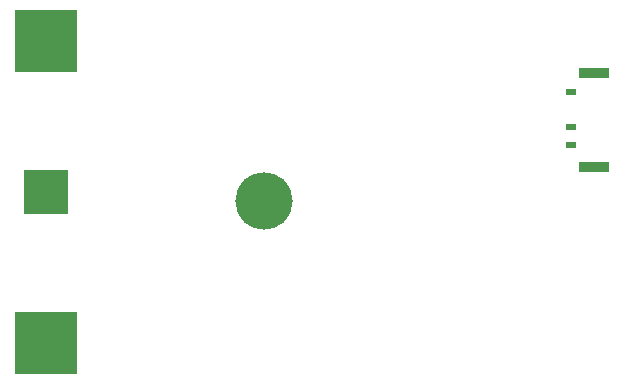
<source format=gbp>
G04 #@! TF.GenerationSoftware,KiCad,Pcbnew,5.0.2-bee76a0~70~ubuntu16.04.1*
G04 #@! TF.CreationDate,2019-01-04T08:40:48-07:00*
G04 #@! TF.ProjectId,MakerCozumel,4d616b65-7243-46f7-9a75-6d656c2e6b69,rev?*
G04 #@! TF.SameCoordinates,Original*
G04 #@! TF.FileFunction,Paste,Bot*
G04 #@! TF.FilePolarity,Positive*
%FSLAX46Y46*%
G04 Gerber Fmt 4.6, Leading zero omitted, Abs format (unit mm)*
G04 Created by KiCad (PCBNEW 5.0.2-bee76a0~70~ubuntu16.04.1) date Fri 04 Jan 2019 08:40:48 MST*
%MOMM*%
%LPD*%
G01*
G04 APERTURE LIST*
%ADD10R,3.847600X3.847600*%
%ADD11R,5.347600X5.347600*%
%ADD12R,2.647600X0.847600*%
%ADD13R,0.847600X0.547600*%
%ADD14C,4.847600*%
G04 APERTURE END LIST*
D10*
G04 #@! TO.C,BT1*
X120015000Y-100177600D03*
D11*
X120015000Y-87377600D03*
X120015000Y-112977600D03*
G04 #@! TD*
D12*
G04 #@! TO.C,SW1*
X166340000Y-98020000D03*
D13*
X164440000Y-94670000D03*
X164440000Y-96170000D03*
X164440000Y-91670000D03*
D12*
X166340000Y-90070000D03*
G04 #@! TD*
D14*
G04 #@! TO.C,REF\002A\002A*
X138430000Y-100965000D03*
G04 #@! TD*
M02*

</source>
